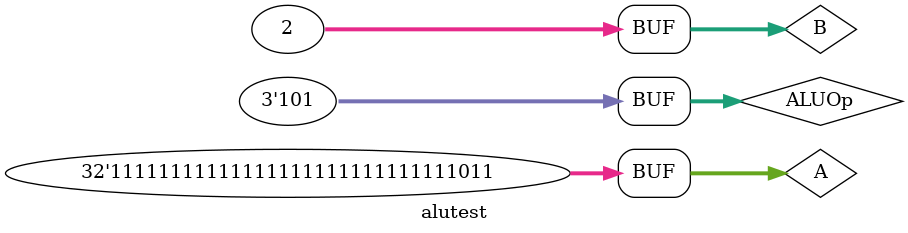
<source format=v>
`timescale 1ns / 1ps


module alutest;

	// Inputs
	reg [31:0] A;
	reg [31:0] B;
	reg [2:0] ALUOp;

	// Outputs
	wire [31:0] C;

	// Instantiate the Unit Under Test (UUT)
	alu uut (
		.A(A), 
		.B(B), 
		.ALUOp(ALUOp), 
		.C(C)
	);

	initial begin
		// Initialize Inputs
		A = -5;
		B = 2;
		ALUOp = 5;

		// Wait 100 ns for global reset to finish
		#100;
        
		// Add stimulus here

	end
      
endmodule


</source>
